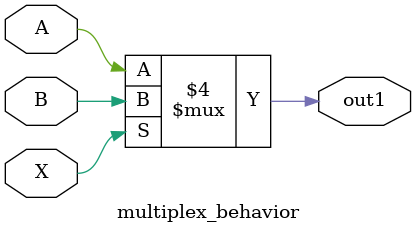
<source format=v>
/*
This is code for 2-1 multiplexor using sequential logic
*/
/*
GATE LEVEL MODEL

describes
(A AND NOT(X)) OR (B AND X)
*/
module multiplex_gatelevel(A, B, X, out1);

    input A, B, X;
    output out1;

    wire not_X;
    wire out_and1, out_and2;

    not not1(not_X, X);
    and and1(out_and1, not_X, A);
    and and2(out_and2, X, B);
    or or1(out1, out_and1, out_and2);

endmodule

/*
DATAFLOW LEVEL

describes
(A AND NOT(X)) OR (B AND X)
*/
module multiplex_datalevel(A, B, X, out1);

    input A, B, X;
    output out1;

    assign out1 = (~X & A) | (X & B);

endmodule


/*
BEHAVIORAL LEVEL

describes
*/

module multiplex_behavior(A, B, X, out1);
    input A, B, X;
    output reg out1;

    // procedural block
    // execute anytime any of the signals change
    always@(*)
    begin
        if (X == 0)
            out1 = A;
        else
            out1 = B;
    end
endmodule
</source>
